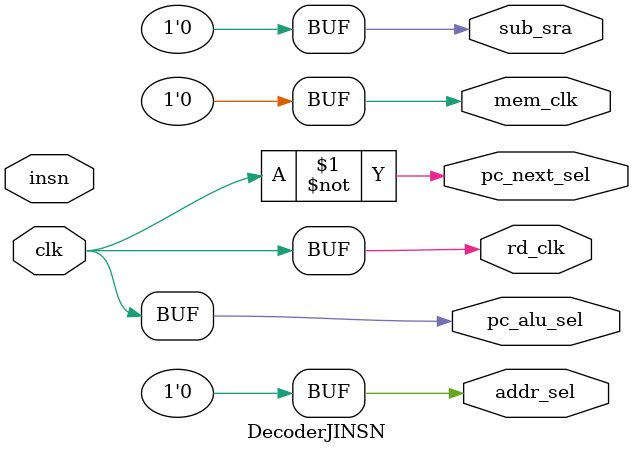
<source format=v>
/* 
Módulo para decodificação de instruções do tipo J (jump) de acordo com
o ISA do risc-v. O módulo recebe a instrução e o sinal de clock
do processador, e retorna todas as saídas relevantes e não relevantes
para serem enviadas ao circuito
*/
module DecoderJINSN (
  input wire [31:0] insn , // instrução de 32 bits
  input wire clk, // sinal de Clock
  output wire addr_sel, pc_next_sel, pc_alu_sel, sub_sra,
  // controle de adição/subtração, controle de escolha de endereço, program counter, e entrada da ALU do program counter
  output wire rd_clk, mem_clk // Saídas de clock dos registradores e da memória
);

  assign sub_sra = 0; // sempre deverá ser realizada uma soma
  assign addr_sel = 0; // O endereço da memória continua sendo o program counter

  assign pc_next_sel = ~clk; // O PC continua recebendo o seu valor incrementado em 4
  assign pc_alu_sel = clk; // A ALU do PC recebe valor imediato

  assign mem_clk = 0; // É setado para 0, para evitar problemas com gravação de memória.
  assign rd_clk = clk; // O rd_clk é igual ao clk do processador, que ao subir grava o valor.

endmodule
</source>
